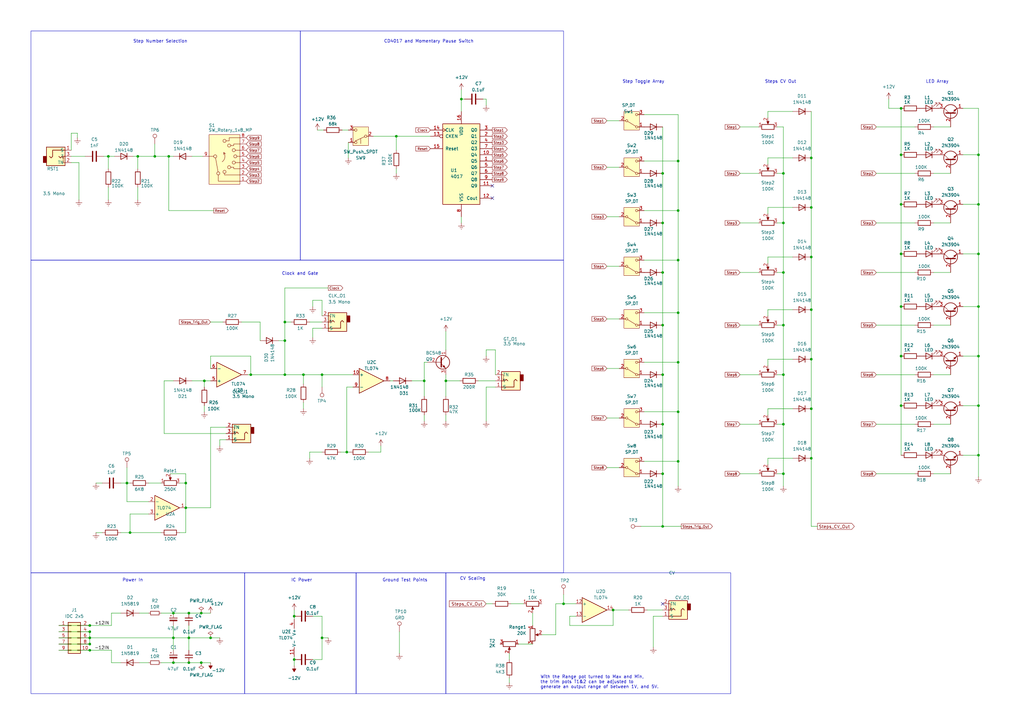
<source format=kicad_sch>
(kicad_sch (version 20230121) (generator eeschema)
  (paper "A3")
  (title_block (title "MK8 Homunculus Sequencer") (rev "v1.1"))
  (junction (at 332.74 147.32))
  (junction (at 271.78 173.99))
  (junction (at 77.47 251.46))
  (junction (at 369.57 146.05))
  (junction (at 321.31 91.44))
  (junction (at 120.65 270.51))
  (junction (at 369.57 44.45))
  (junction (at 369.57 104.14))
  (junction (at 321.31 111.76))
  (junction (at 271.78 91.44))
  (junction (at 271.78 194.31))
  (junction (at 401.32 63.5))
  (junction (at 173.99 156.21))
  (junction (at 321.31 71.12))
  (junction (at 332.74 85.09))
  (junction (at 271.78 133.35))
  (junction (at 36.83 259.08))
  (junction (at 401.32 186.69))
  (junction (at 102.87 153.67))
  (junction (at 369.57 125.73))
  (junction (at 278.13 66.04))
  (junction (at 142.24 185.42))
  (junction (at 76.2 198.12))
  (junction (at 321.31 133.35))
  (junction (at 278.13 106.68))
  (junction (at 63.5 64.135))
  (junction (at 44.45 64.135))
  (junction (at 321.31 173.99))
  (junction (at 369.57 166.37))
  (junction (at 401.32 83.82))
  (junction (at 162.56 55.88))
  (junction (at 369.57 63.5))
  (junction (at 82.55 251.46))
  (junction (at 332.74 127))
  (junction (at 71.12 251.46))
  (junction (at 321.31 194.31))
  (junction (at 132.08 261.62))
  (junction (at 189.23 40.64))
  (junction (at 231.14 247.65))
  (junction (at 321.31 153.67))
  (junction (at 401.32 146.05))
  (junction (at 116.84 132.08))
  (junction (at 332.74 64.77))
  (junction (at 278.13 148.59))
  (junction (at 124.46 153.67))
  (junction (at 271.78 71.12))
  (junction (at 332.74 167.64))
  (junction (at 71.12 261.62))
  (junction (at 278.13 189.23))
  (junction (at 52.07 198.12))
  (junction (at 82.55 271.78))
  (junction (at 132.08 153.67))
  (junction (at 278.13 128.27))
  (junction (at 369.57 83.82))
  (junction (at 278.13 86.36))
  (junction (at 36.83 261.62))
  (junction (at 332.74 105.41))
  (junction (at 36.83 256.54))
  (junction (at 182.88 156.21))
  (junction (at 332.74 187.96))
  (junction (at 77.47 261.62))
  (junction (at 77.47 271.78))
  (junction (at 401.32 104.14))
  (junction (at 271.78 215.9))
  (junction (at 401.32 166.37))
  (junction (at 278.13 168.91))
  (junction (at 251.46 250.19))
  (junction (at 271.78 153.67))
  (junction (at 271.78 111.76))
  (junction (at 71.12 271.78))
  (junction (at 401.32 125.73))
  (junction (at 56.515 64.135))
  (junction (at 36.83 264.16))
  (junction (at 86.36 261.62))
  (junction (at 83.82 156.21))
  (junction (at 116.84 139.7))
  (junction (at 116.84 153.67))
  (junction (at 69.215 64.135))
  (junction (at 76.2 208.28))
  (junction (at 53.34 218.44))
  (junction (at 36.83 266.7))
  (junction (at 120.65 252.73))
  (no_connect (at 201.93 81.28))
  (no_connect (at 201.93 76.2))
  (no_connect (at 271.78 247.65))
  (wire (pts (xy 168.91 156.21) (xy 173.99 156.21)))
  (wire (pts (xy 264.16 66.04) (xy 278.13 66.04)))
  (wire (pts (xy 71.12 271.78) (xy 77.47 271.78)))
  (wire (pts (xy 151.13 185.42) (xy 156.21 185.42)))
  (wire (pts (xy 116.84 153.67) (xy 124.46 153.67)))
  (wire (pts (xy 77.47 261.62) (xy 86.36 261.62)))
  (wire (pts (xy 86.36 208.28) (xy 76.2 208.28)))
  (wire (pts (xy 233.68 256.54) (xy 251.46 256.54)))
  (wire (pts (xy 332.74 127) (xy 332.74 147.32)))
  (wire (pts (xy 53.34 218.44) (xy 66.04 218.44)))
  (wire (pts (xy 394.97 83.82) (xy 401.32 83.82)))
  (wire (pts (xy 182.88 156.21) (xy 188.595 156.21)))
  (wire (pts (xy 127 185.42) (xy 132.08 185.42)))
  (wire (pts (xy 162.56 71.12) (xy 162.56 69.215)))
  (wire (pts (xy 248.92 151.13) (xy 254 151.13)))
  (wire (pts (xy 57.15 271.78) (xy 60.96 271.78)))
  (wire (pts (xy 264.16 168.91) (xy 278.13 168.91)))
  (wire (pts (xy 303.53 111.76) (xy 311.15 111.76)))
  (wire (pts (xy 325.12 147.32) (xy 314.96 147.32)))
  (wire (pts (xy 264.16 148.59) (xy 278.13 148.59)))
  (wire (pts (xy 36.83 261.62) (xy 71.12 261.62)))
  (wire (pts (xy 120.65 269.24) (xy 120.65 270.51)))
  (wire (pts (xy 77.47 251.46) (xy 82.55 251.46)))
  (wire (pts (xy 60.96 198.12) (xy 66.04 198.12)))
  (wire (pts (xy 401.32 63.5) (xy 401.32 83.82)))
  (wire (pts (xy 332.74 64.77) (xy 332.74 85.09)))
  (wire (pts (xy 163.83 259.08) (xy 163.83 267.97)))
  (wire (pts (xy 248.92 130.81) (xy 254 130.81)))
  (wire (pts (xy 71.12 256.54) (xy 71.12 261.62)))
  (wire (pts (xy 86.36 146.05) (xy 102.87 146.05)))
  (wire (pts (xy 208.915 278.13) (xy 208.915 280.035)))
  (wire (pts (xy 264.16 86.36) (xy 278.13 86.36)))
  (wire (pts (xy 78.74 64.135) (xy 83.185 64.135)))
  (wire (pts (xy 278.13 128.27) (xy 278.13 148.59)))
  (wire (pts (xy 231.14 247.65) (xy 236.22 247.65)))
  (wire (pts (xy 45.72 251.46) (xy 49.53 251.46)))
  (wire (pts (xy 359.41 111.76) (xy 375.285 111.76)))
  (wire (pts (xy 45.72 271.78) (xy 49.53 271.78)))
  (wire (pts (xy 278.13 189.23) (xy 278.13 199.39)))
  (wire (pts (xy 77.47 266.7) (xy 77.47 261.62)))
  (wire (pts (xy 248.92 171.45) (xy 254 171.45)))
  (wire (pts (xy 303.53 52.07) (xy 311.15 52.07)))
  (wire (pts (xy 182.88 156.21) (xy 182.88 162.56)))
  (wire (pts (xy 314.96 187.96) (xy 314.96 190.5)))
  (wire (pts (xy 128.27 270.51) (xy 132.08 270.51)))
  (wire (pts (xy 90.17 180.34) (xy 92.71 180.34)))
  (wire (pts (xy 78.74 156.21) (xy 83.82 156.21)))
  (wire (pts (xy 196.215 156.21) (xy 203.2 156.21)))
  (wire (pts (xy 83.82 166.37) (xy 83.82 168.91)))
  (wire (pts (xy 31.75 54.61) (xy 29.21 54.61)))
  (wire (pts (xy 359.41 71.12) (xy 375.285 71.12)))
  (wire (pts (xy 303.53 91.44) (xy 311.15 91.44)))
  (wire (pts (xy 82.55 251.46) (xy 86.36 251.46)))
  (wire (pts (xy 189.23 40.64) (xy 189.23 45.72)))
  (wire (pts (xy 271.78 111.76) (xy 271.78 91.44)))
  (wire (pts (xy 36.83 256.54) (xy 45.72 256.54)))
  (wire (pts (xy 127 132.08) (xy 132.08 132.08)))
  (wire (pts (xy 102.87 146.05) (xy 102.87 153.67)))
  (wire (pts (xy 76.2 218.44) (xy 76.2 208.28)))
  (wire (pts (xy 162.56 55.88) (xy 176.53 55.88)))
  (wire (pts (xy 267.97 252.73) (xy 267.97 265.43)))
  (wire (pts (xy 248.92 191.77) (xy 254 191.77)))
  (wire (pts (xy 130.175 53.34) (xy 132.715 53.34)))
  (wire (pts (xy 401.32 44.45) (xy 401.32 63.5)))
  (wire (pts (xy 116.84 132.08) (xy 116.84 118.11)))
  (wire (pts (xy 44.45 64.135) (xy 46.99 64.135)))
  (wire (pts (xy 92.71 177.8) (xy 67.31 177.8)))
  (wire (pts (xy 199.39 143.51) (xy 199.39 146.05)))
  (wire (pts (xy 321.31 71.12) (xy 318.77 71.12)))
  (wire (pts (xy 214.63 247.65) (xy 209.55 247.65)))
  (wire (pts (xy 63.5 59.055) (xy 63.5 64.135)))
  (wire (pts (xy 278.13 106.68) (xy 278.13 128.27)))
  (wire (pts (xy 173.99 162.56) (xy 173.99 156.21)))
  (wire (pts (xy 132.08 123.19) (xy 128.27 123.19)))
  (wire (pts (xy 86.36 151.13) (xy 86.36 146.05)))
  (wire (pts (xy 251.46 256.54) (xy 251.46 250.19)))
  (wire (pts (xy 49.53 218.44) (xy 53.34 218.44)))
  (wire (pts (xy 303.53 71.12) (xy 311.15 71.12)))
  (wire (pts (xy 156.21 182.88) (xy 156.21 185.42)))
  (wire (pts (xy 359.41 133.35) (xy 375.285 133.35)))
  (wire (pts (xy 359.41 194.31) (xy 375.285 194.31)))
  (wire (pts (xy 36.83 261.62) (xy 36.83 264.16)))
  (wire (pts (xy 24.13 264.16) (xy 36.83 264.16)))
  (wire (pts (xy 190.5 40.64) (xy 189.23 40.64)))
  (wire (pts (xy 45.72 256.54) (xy 45.72 251.46)))
  (wire (pts (xy 318.77 133.35) (xy 321.31 133.35)))
  (wire (pts (xy 325.12 64.77) (xy 314.96 64.77)))
  (wire (pts (xy 124.46 165.1) (xy 124.46 167.64)))
  (wire (pts (xy 67.31 156.21) (xy 71.12 156.21)))
  (wire (pts (xy 369.57 63.5) (xy 369.57 83.82)))
  (wire (pts (xy 318.77 111.76) (xy 321.31 111.76)))
  (wire (pts (xy 321.31 52.07) (xy 318.77 52.07)))
  (wire (pts (xy 71.12 251.46) (xy 77.47 251.46)))
  (wire (pts (xy 271.78 91.44) (xy 271.78 71.12)))
  (wire (pts (xy 325.12 127) (xy 314.96 127)))
  (wire (pts (xy 199.39 158.75) (xy 199.39 172.72)))
  (wire (pts (xy 132.08 252.73) (xy 132.08 261.62)))
  (wire (pts (xy 102.87 153.67) (xy 116.84 153.67)))
  (wire (pts (xy 231.14 243.84) (xy 231.14 247.65)))
  (wire (pts (xy 401.32 104.14) (xy 401.32 125.73)))
  (wire (pts (xy 173.99 148.59) (xy 173.99 156.21)))
  (wire (pts (xy 29.21 64.135) (xy 34.925 64.135)))
  (wire (pts (xy 86.36 175.26) (xy 86.36 208.28)))
  (wire (pts (xy 54.61 64.135) (xy 56.515 64.135)))
  (wire (pts (xy 116.84 118.11) (xy 134.62 118.11)))
  (wire (pts (xy 278.13 168.91) (xy 278.13 189.23)))
  (wire (pts (xy 271.78 133.35) (xy 271.78 111.76)))
  (wire (pts (xy 278.13 86.36) (xy 278.13 106.68)))
  (wire (pts (xy 73.66 198.12) (xy 76.2 198.12)))
  (wire (pts (xy 203.2 143.51) (xy 199.39 143.51)))
  (wire (pts (xy 77.47 271.78) (xy 82.55 271.78)))
  (wire (pts (xy 364.49 40.64) (xy 364.49 44.45)))
  (wire (pts (xy 325.12 105.41) (xy 314.96 105.41)))
  (wire (pts (xy 44.45 69.215) (xy 44.45 64.135)))
  (wire (pts (xy 153.035 55.88) (xy 162.56 55.88)))
  (wire (pts (xy 52.07 198.12) (xy 52.07 205.74)))
  (wire (pts (xy 52.07 205.74) (xy 60.96 205.74)))
  (wire (pts (xy 364.49 44.45) (xy 369.57 44.45)))
  (wire (pts (xy 142.24 185.42) (xy 143.51 185.42)))
  (wire (pts (xy 382.905 153.67) (xy 389.89 153.67)))
  (wire (pts (xy 321.31 71.12) (xy 321.31 52.07)))
  (wire (pts (xy 86.36 132.08) (xy 91.44 132.08)))
  (wire (pts (xy 271.78 215.9) (xy 279.4 215.9)))
  (wire (pts (xy 332.74 45.72) (xy 332.74 64.77)))
  (wire (pts (xy 264.16 128.27) (xy 278.13 128.27)))
  (wire (pts (xy 369.57 166.37) (xy 369.57 186.69)))
  (wire (pts (xy 248.92 68.58) (xy 254 68.58)))
  (wire (pts (xy 127 187.96) (xy 127 185.42)))
  (wire (pts (xy 332.74 85.09) (xy 332.74 105.41)))
  (wire (pts (xy 271.78 194.31) (xy 271.78 173.99)))
  (wire (pts (xy 160.02 156.21) (xy 161.29 156.21)))
  (wire (pts (xy 303.53 133.35) (xy 311.15 133.35)))
  (wire (pts (xy 99.06 132.08) (xy 106.68 132.08)))
  (wire (pts (xy 134.62 261.62) (xy 132.08 261.62)))
  (wire (pts (xy 140.335 53.34) (xy 142.875 53.34)))
  (wire (pts (xy 208.915 270.51) (xy 208.915 267.97)))
  (wire (pts (xy 66.04 271.78) (xy 71.12 271.78)))
  (wire (pts (xy 162.56 61.595) (xy 162.56 55.88)))
  (wire (pts (xy 132.08 153.67) (xy 132.08 158.75)))
  (wire (pts (xy 49.53 198.12) (xy 52.07 198.12)))
  (wire (pts (xy 227.965 247.65) (xy 227.965 260.35)))
  (wire (pts (xy 303.53 194.31) (xy 311.15 194.31)))
  (wire (pts (xy 267.97 252.73) (xy 271.78 252.73)))
  (wire (pts (xy 24.13 259.08) (xy 36.83 259.08)))
  (wire (pts (xy 394.97 146.05) (xy 401.32 146.05)))
  (wire (pts (xy 114.3 139.7) (xy 116.84 139.7)))
  (wire (pts (xy 359.41 173.99) (xy 375.285 173.99)))
  (wire (pts (xy 314.96 105.41) (xy 314.96 107.95)))
  (wire (pts (xy 106.68 132.08) (xy 106.68 139.7)))
  (wire (pts (xy 24.13 261.62) (xy 36.83 261.62)))
  (wire (pts (xy 173.99 148.59) (xy 175.26 148.59)))
  (wire (pts (xy 401.32 195.58) (xy 401.32 186.69)))
  (wire (pts (xy 128.27 123.19) (xy 128.27 125.73)))
  (wire (pts (xy 128.27 134.62) (xy 128.27 138.43)))
  (wire (pts (xy 182.88 170.18) (xy 182.88 172.72)))
  (wire (pts (xy 278.13 66.04) (xy 278.13 86.36)))
  (wire (pts (xy 325.12 85.09) (xy 314.96 85.09)))
  (wire (pts (xy 332.74 105.41) (xy 332.74 127)))
  (wire (pts (xy 199.39 247.65) (xy 201.93 247.65)))
  (wire (pts (xy 76.2 198.12) (xy 76.2 208.28)))
  (wire (pts (xy 382.905 111.76) (xy 389.89 111.76)))
  (wire (pts (xy 142.24 158.75) (xy 144.78 158.75)))
  (wire (pts (xy 67.31 156.21) (xy 67.31 177.8)))
  (wire (pts (xy 124.46 157.48) (xy 124.46 153.67)))
  (wire (pts (xy 32.385 66.675) (xy 32.385 81.915)))
  (wire (pts (xy 369.57 44.45) (xy 369.57 63.5)))
  (wire (pts (xy 69.85 194.31) (xy 76.2 194.31)))
  (wire (pts (xy 124.46 153.67) (xy 132.08 153.67)))
  (wire (pts (xy 83.82 156.21) (xy 83.82 158.75)))
  (wire (pts (xy 321.31 91.44) (xy 321.31 71.12)))
  (wire (pts (xy 66.04 251.46) (xy 71.12 251.46)))
  (wire (pts (xy 303.53 173.99) (xy 311.15 173.99)))
  (wire (pts (xy 321.31 194.31) (xy 321.31 199.39)))
  (wire (pts (xy 382.905 71.12) (xy 389.89 71.12)))
  (wire (pts (xy 382.905 52.07) (xy 389.89 52.07)))
  (wire (pts (xy 198.12 40.64) (xy 199.39 40.64)))
  (wire (pts (xy 359.41 52.07) (xy 375.285 52.07)))
  (wire (pts (xy 401.32 186.69) (xy 394.97 186.69)))
  (wire (pts (xy 314.96 85.09) (xy 314.96 87.63)))
  (wire (pts (xy 203.2 153.67) (xy 203.2 143.51)))
  (wire (pts (xy 82.55 271.78) (xy 86.36 271.78)))
  (wire (pts (xy 382.905 91.44) (xy 389.89 91.44)))
  (wire (pts (xy 53.34 210.82) (xy 53.34 218.44)))
  (wire (pts (xy 236.22 252.73) (xy 233.68 252.73)))
  (wire (pts (xy 401.32 146.05) (xy 401.32 166.37)))
  (wire (pts (xy 314.96 127) (xy 314.96 129.54)))
  (wire (pts (xy 314.96 45.72) (xy 325.12 45.72)))
  (wire (pts (xy 314.96 45.72) (xy 314.96 48.26)))
  (wire (pts (xy 56.515 76.835) (xy 56.515 81.915)))
  (wire (pts (xy 60.96 210.82) (xy 53.34 210.82)))
  (wire (pts (xy 139.7 185.42) (xy 142.24 185.42)))
  (wire (pts (xy 264.16 106.68) (xy 278.13 106.68)))
  (wire (pts (xy 132.08 153.67) (xy 144.78 153.67)))
  (wire (pts (xy 36.83 259.08) (xy 36.83 261.62)))
  (wire (pts (xy 359.41 91.44) (xy 375.285 91.44)))
  (wire (pts (xy 39.37 198.12) (xy 41.91 198.12)))
  (wire (pts (xy 401.32 83.82) (xy 401.32 104.14)))
  (wire (pts (xy 102.87 153.67) (xy 101.6 153.67)))
  (wire (pts (xy 39.37 218.44) (xy 41.91 218.44)))
  (wire (pts (xy 132.08 270.51) (xy 132.08 261.62)))
  (wire (pts (xy 120.65 270.51) (xy 120.65 273.05)))
  (wire (pts (xy 314.96 147.32) (xy 314.96 149.86)))
  (wire (pts (xy 69.215 64.135) (xy 69.215 86.36)))
  (wire (pts (xy 29.21 54.61) (xy 29.21 61.595)))
  (wire (pts (xy 119.38 132.08) (xy 116.84 132.08)))
  (wire (pts (xy 314.96 64.77) (xy 314.96 67.31)))
  (wire (pts (xy 248.92 88.9) (xy 254 88.9)))
  (wire (pts (xy 120.65 252.73) (xy 120.65 254)))
  (wire (pts (xy 278.13 46.99) (xy 278.13 66.04)))
  (wire (pts (xy 382.905 173.99) (xy 389.89 173.99)))
  (wire (pts (xy 86.36 261.62) (xy 90.17 261.62)))
  (wire (pts (xy 92.71 175.26) (xy 86.36 175.26)))
  (wire (pts (xy 182.88 153.67) (xy 182.88 156.21)))
  (wire (pts (xy 332.74 215.9) (xy 335.28 215.9)))
  (wire (pts (xy 262.89 215.9) (xy 271.78 215.9)))
  (wire (pts (xy 142.875 58.42) (xy 142.875 64.77)))
  (wire (pts (xy 132.08 123.19) (xy 132.08 129.54)))
  (wire (pts (xy 264.16 189.23) (xy 278.13 189.23)))
  (wire (pts (xy 382.905 133.35) (xy 389.89 133.35)))
  (wire (pts (xy 321.31 111.76) (xy 321.31 91.44)))
  (wire (pts (xy 56.515 64.135) (xy 63.5 64.135)))
  (wire (pts (xy 369.57 83.82) (xy 369.57 104.14)))
  (wire (pts (xy 271.78 194.31) (xy 271.78 215.9)))
  (wire (pts (xy 369.57 125.73) (xy 369.57 146.05)))
  (wire (pts (xy 318.77 194.31) (xy 321.31 194.31)))
  (wire (pts (xy 63.5 64.135) (xy 69.215 64.135)))
  (wire (pts (xy 199.39 40.64) (xy 199.39 43.18)))
  (wire (pts (xy 71.12 261.62) (xy 71.12 266.7)))
  (wire (pts (xy 45.72 266.7) (xy 36.83 266.7)))
  (wire (pts (xy 321.31 173.99) (xy 321.31 194.31)))
  (wire (pts (xy 218.44 251.46) (xy 218.44 256.54)))
  (wire (pts (xy 332.74 147.32) (xy 332.74 167.64)))
  (wire (pts (xy 271.78 71.12) (xy 271.78 52.07)))
  (wire (pts (xy 132.08 134.62) (xy 128.27 134.62)))
  (wire (pts (xy 394.97 166.37) (xy 401.32 166.37)))
  (wire (pts (xy 52.07 191.77) (xy 52.07 198.12)))
  (wire (pts (xy 56.515 69.215) (xy 56.515 64.135)))
  (wire (pts (xy 142.24 185.42) (xy 142.24 158.75)))
  (wire (pts (xy 321.31 91.44) (xy 318.77 91.44)))
  (wire (pts (xy 401.32 125.73) (xy 401.32 146.05)))
  (wire (pts (xy 24.13 256.54) (xy 36.83 256.54)))
  (wire (pts (xy 116.84 132.08) (xy 116.84 139.7)))
  (wire (pts (xy 394.97 63.5) (xy 401.32 63.5)))
  (wire (pts (xy 401.32 166.37) (xy 401.32 186.69)))
  (wire (pts (xy 31.75 56.515) (xy 31.75 54.61)))
  (wire (pts (xy 314.96 167.64) (xy 314.96 170.18)))
  (wire (pts (xy 42.545 64.135) (xy 44.45 64.135)))
  (wire (pts (xy 278.13 148.59) (xy 278.13 168.91)))
  (wire (pts (xy 359.41 153.67) (xy 375.285 153.67)))
  (wire (pts (xy 325.12 167.64) (xy 314.96 167.64)))
  (wire (pts (xy 203.2 158.75) (xy 199.39 158.75)))
  (wire (pts (xy 271.78 153.67) (xy 271.78 133.35)))
  (wire (pts (xy 325.12 187.96) (xy 314.96 187.96)))
  (wire (pts (xy 321.31 111.76) (xy 321.31 133.35)))
  (wire (pts (xy 271.78 173.99) (xy 271.78 153.67)))
  (wire (pts (xy 57.15 251.46) (xy 60.96 251.46)))
  (wire (pts (xy 369.57 104.14) (xy 369.57 125.73)))
  (wire (pts (xy 251.46 250.19) (xy 257.81 250.19)))
  (wire (pts (xy 69.215 64.135) (xy 71.12 64.135)))
  (wire (pts (xy 233.68 252.73) (xy 233.68 256.54)))
  (wire (pts (xy 76.2 194.31) (xy 76.2 198.12)))
  (wire (pts (xy 189.23 36.83) (xy 189.23 40.64)))
  (wire (pts (xy 73.66 218.44) (xy 76.2 218.44)))
  (wire (pts (xy 189.23 91.44) (xy 189.23 88.9)))
  (wire (pts (xy 120.65 250.19) (xy 120.65 252.73)))
  (wire (pts (xy 90.17 182.88) (xy 90.17 180.34)))
  (wire (pts (xy 332.74 187.96) (xy 332.74 215.9)))
  (wire (pts (xy 318.77 173.99) (xy 321.31 173.99)))
  (wire (pts (xy 212.725 264.16) (xy 218.44 264.16)))
  (wire (pts (xy 264.16 46.99) (xy 278.13 46.99)))
  (wire (pts (xy 52.07 198.12) (xy 53.34 198.12)))
  (wire (pts (xy 116.84 139.7) (xy 116.84 153.67)))
  (wire (pts (xy 394.97 104.14) (xy 401.32 104.14)))
  (wire (pts (xy 248.92 109.22) (xy 254 109.22)))
  (wire (pts (xy 222.25 260.35) (xy 227.965 260.35)))
  (wire (pts (xy 321.31 153.67) (xy 321.31 173.99)))
  (wire (pts (xy 332.74 167.64) (xy 332.74 187.96)))
  (wire (pts (xy 382.905 194.31) (xy 389.89 194.31)))
  (wire (pts (xy 321.31 133.35) (xy 321.31 153.67)))
  (wire (pts (xy 32.385 66.675) (xy 29.21 66.675)))
  (wire (pts (xy 227.965 247.65) (xy 231.14 247.65)))
  (wire (pts (xy 24.13 266.7) (xy 36.83 266.7)))
  (wire (pts (xy 394.97 44.45) (xy 401.32 44.45)))
  (wire (pts (xy 369.57 146.05) (xy 369.57 166.37)))
  (wire (pts (xy 45.72 271.78) (xy 45.72 266.7)))
  (wire (pts (xy 173.99 170.18) (xy 173.99 172.72)))
  (wire (pts (xy 394.97 125.73) (xy 401.32 125.73)))
  (wire (pts (xy 182.88 135.89) (xy 182.88 143.51)))
  (wire (pts (xy 128.27 252.73) (xy 132.08 252.73)))
  (wire (pts (xy 77.47 256.54) (xy 77.47 261.62)))
  (wire (pts (xy 265.43 250.19) (xy 271.78 250.19)))
  (wire (pts (xy 248.92 49.53) (xy 254 49.53)))
  (wire (pts (xy 44.45 76.835) (xy 44.45 81.915)))
  (wire (pts (xy 318.77 153.67) (xy 321.31 153.67)))
  (wire (pts (xy 303.53 153.67) (xy 311.15 153.67)))
  (wire (pts (xy 83.82 156.21) (xy 86.36 156.21)))
  (wire (pts (xy 69.215 86.36) (xy 87.63 86.36)))
  (wire (pts (xy 71.12 261.62) (xy 77.47 261.62)))
  (rectangle (start 12.7 234.95) (end 100.33 284.48))
  (rectangle (start 123.19 12.7) (end 231.14 106.68))
  (rectangle (start 146.05 234.95) (end 182.88 284.48))
  (rectangle (start 12.7 12.7) (end 123.19 106.68))
  (rectangle (start 12.7 106.68) (end 231.14 234.95))
  (rectangle (start 182.88 234.95) (end 299.72 284.48))
  (rectangle (start 100.33 234.95) (end 146.05 284.48))
  (text "IC Power" (at 119.38 238.76 0) (effects (font (size 1.27 1.27)) (justify left bottom)))
  (text "Step Toggle Array" (at 255.27 34.29 0) (effects (font (size 1.27 1.27)) (justify left bottom)))
  (text "CD4017 and Momentary Pause Switch" (at 157.48 17.78 0) (effects (font (size 1.27 1.27)) (justify left bottom)))
  (text "Steps CV Out" (at 313.69 34.29 0) (effects (font (size 1.27 1.27)) (justify left bottom)))
  (text "With the Range pot turned to Max and Min,\nthe trim pots T1&2 can be adjusted to \ngenerate an output range of between 1V, and 5V." (at 221.615 282.575 0) (effects (font (size 1.27 1.27)) (justify left bottom)))
  (text "CV Scaling\n" (at 188.595 238.125 0) (effects (font (size 1.27 1.27)) (justify left bottom)))
  (text "Power In" (at 50.165 238.76 0) (effects (font (size 1.27 1.27)) (justify left bottom)))
  (text "LED Array" (at 379.73 34.29 0) (effects (font (size 1.27 1.27)) (justify left bottom)))
  (text "Clock and Gate" (at 115.57 113.03 0) (effects (font (size 1.27 1.27)) (justify left bottom)))
  (text "Ground Test Points" (at 156.845 238.76 0) (effects (font (size 1.27 1.27)) (justify left bottom)))
  (text "Step Number Selection" (at 54.61 17.78 0) (effects (font (size 1.27 1.27)) (justify left bottom)))
  (label "-12IN" (at 38.735 266.7 0))
  (label "+12IN" (at 38.735 256.54 0))
  (global_label "Step7" (shape input) (at 303.53 173.99 180) (effects (font (size 1 1))) (property "Intersheetrefs" "${INTERSHEET_REFS}" (effects hide)))
  (global_label "Step3" (shape input) (at 359.41 91.44 180) (effects (font (size 1 1))) (property "Intersheetrefs" "${INTERSHEET_REFS}" (effects hide)))
  (global_label "Step7" (shape output) (at 201.93 68.58 0) (effects (font (size 1 1))) (property "Intersheetrefs" "${INTERSHEET_REFS}" (effects hide)))
  (global_label "Steps_CV_Out" (shape output) (at 335.28 215.9 0) (property "Intersheetrefs" "${INTERSHEET_REFS}" (effects hide)))
  (global_label "Step8" (shape input) (at 248.92 191.77 180) (effects (font (size 1 1))) (property "Intersheetrefs" "${INTERSHEET_REFS}" (effects hide)))
  (global_label "Step4" (shape input) (at 100.965 69.215 0) (effects (font (size 1 1))) (property "Intersheetrefs" "${INTERSHEET_REFS}" (effects hide)))
  (global_label "Step4" (shape input) (at 248.92 109.22 180) (effects (font (size 1 1))) (property "Intersheetrefs" "${INTERSHEET_REFS}" (effects hide)))
  (global_label "Steps_Trig_Out" (shape output) (at 279.4 215.9 0) (effects (font (size 1 1))) (property "Intersheetrefs" "${INTERSHEET_REFS}" (effects hide)))
  (global_label "Step2" (shape input) (at 303.53 71.12 180) (effects (font (size 1 1))) (property "Intersheetrefs" "${INTERSHEET_REFS}" (effects hide)))
  (global_label "Step6" (shape input) (at 248.92 151.13 180) (effects (font (size 1 1))) (property "Intersheetrefs" "${INTERSHEET_REFS}" (effects hide)))
  (global_label "Step3" (shape output) (at 201.93 58.42 0) (effects (font (size 1 1))) (property "Intersheetrefs" "${INTERSHEET_REFS}" (effects hide)))
  (global_label "Step5" (shape input) (at 100.965 66.675 0) (effects (font (size 1 1))) (property "Intersheetrefs" "${INTERSHEET_REFS}" (effects hide)))
  (global_label "Step3" (shape input) (at 248.92 88.9 180) (effects (font (size 1 1))) (property "Intersheetrefs" "${INTERSHEET_REFS}" (effects hide)))
  (global_label "Step5" (shape input) (at 359.41 133.35 180) (effects (font (size 1 1))) (property "Intersheetrefs" "${INTERSHEET_REFS}" (effects hide)))
  (global_label "Reset" (shape input) (at 176.53 60.96 180) (effects (font (size 1 1))) (property "Intersheetrefs" "${INTERSHEET_REFS}" (effects hide)))
  (global_label "Step2" (shape input) (at 359.41 71.12 180) (effects (font (size 1 1))) (property "Intersheetrefs" "${INTERSHEET_REFS}" (effects hide)))
  (global_label "Step6" (shape input) (at 303.53 153.67 180) (effects (font (size 1 1))) (property "Intersheetrefs" "${INTERSHEET_REFS}" (effects hide)))
  (global_label "Step7" (shape input) (at 359.41 173.99 180) (effects (font (size 1 1))) (property "Intersheetrefs" "${INTERSHEET_REFS}" (effects hide)))
  (global_label "Clock" (shape input) (at 176.53 53.34 180) (effects (font (size 1 1))) (property "Intersheetrefs" "${INTERSHEET_REFS}" (effects hide)))
  (global_label "Step5" (shape output) (at 201.93 63.5 0) (effects (font (size 1 1))) (property "Intersheetrefs" "${INTERSHEET_REFS}" (effects hide)))
  (global_label "Step4" (shape input) (at 359.41 111.76 180) (effects (font (size 1 1))) (property "Intersheetrefs" "${INTERSHEET_REFS}" (effects hide)))
  (global_label "Clock" (shape output) (at 134.62 118.11 0) (effects (font (size 1 1))) (property "Intersheetrefs" "${INTERSHEET_REFS}" (effects hide)))
  (global_label "Step4" (shape output) (at 201.93 60.96 0) (effects (font (size 1 1))) (property "Intersheetrefs" "${INTERSHEET_REFS}" (effects hide)))
  (global_label "Step2" (shape input) (at 100.965 74.295 0) (effects (font (size 1 1))) (property "Intersheetrefs" "${INTERSHEET_REFS}" (effects hide)))
  (global_label "Steps_Trig_Out" (shape input) (at 86.36 132.08 180) (effects (font (size 1 1))) (property "Intersheetrefs" "${INTERSHEET_REFS}" (effects hide)))
  (global_label "Step6" (shape input) (at 100.965 64.135 0) (effects (font (size 1 1))) (property "Intersheetrefs" "${INTERSHEET_REFS}" (effects hide)))
  (global_label "Step3" (shape input) (at 100.965 71.755 0) (effects (font (size 1 1))) (property "Intersheetrefs" "${INTERSHEET_REFS}" (effects hide)))
  (global_label "Step1" (shape input) (at 248.92 49.53 180) (effects (font (size 1 1))) (property "Intersheetrefs" "${INTERSHEET_REFS}" (effects hide)))
  (global_label "Step6" (shape output) (at 201.93 66.04 0) (effects (font (size 1 1))) (property "Intersheetrefs" "${INTERSHEET_REFS}" (effects hide)))
  (global_label "Step3" (shape input) (at 303.53 91.44 180) (effects (font (size 1 1))) (property "Intersheetrefs" "${INTERSHEET_REFS}" (effects hide)))
  (global_label "Step9" (shape input) (at 100.965 56.515 0) (effects (font (size 1 1))) (property "Intersheetrefs" "${INTERSHEET_REFS}" (effects hide)))
  (global_label "Step6" (shape input) (at 359.41 153.67 180) (effects (font (size 1 1))) (property "Intersheetrefs" "${INTERSHEET_REFS}" (effects hide)))
  (global_label "Step4" (shape input) (at 303.53 111.76 180) (effects (font (size 1 1))) (property "Intersheetrefs" "${INTERSHEET_REFS}" (effects hide)))
  (global_label "Steps_CV_Out" (shape input) (at 199.39 247.65 180) (property "Intersheetrefs" "${INTERSHEET_REFS}" (effects hide)))
  (global_label "Step7" (shape input) (at 248.92 171.45 180) (effects (font (size 1 1))) (property "Intersheetrefs" "${INTERSHEET_REFS}" (effects hide)))
  (global_label "Step1" (shape input) (at 359.41 52.07 180) (effects (font (size 1 1))) (property "Intersheetrefs" "${INTERSHEET_REFS}" (effects hide)))
  (global_label "Step7" (shape input) (at 100.965 61.595 0) (effects (font (size 1 1))) (property "Intersheetrefs" "${INTERSHEET_REFS}" (effects hide)))
  (global_label "Step1" (shape input) (at 303.53 52.07 180) (effects (font (size 1 1))) (property "Intersheetrefs" "${INTERSHEET_REFS}" (effects hide)))
  (global_label "Step2" (shape output) (at 201.93 55.88 0) (effects (font (size 1 1))) (property "Intersheetrefs" "${INTERSHEET_REFS}" (effects hide)))
  (global_label "Step2" (shape input) (at 248.92 68.58 180) (effects (font (size 1 1))) (property "Intersheetrefs" "${INTERSHEET_REFS}" (effects hide)))
  (global_label "Step8" (shape input) (at 303.53 194.31 180) (effects (font (size 1 1))) (property "Intersheetrefs" "${INTERSHEET_REFS}" (effects hide)))
  (global_label "Step8" (shape output) (at 201.93 71.12 0) (effects (font (size 1 1))) (property "Intersheetrefs" "${INTERSHEET_REFS}" (effects hide)))
  (global_label "Step9" (shape output) (at 201.93 73.66 0) (effects (font (size 1 1))) (property "Intersheetrefs" "${INTERSHEET_REFS}" (effects hide)))
  (global_label "Step8" (shape input) (at 100.965 59.055 0) (effects (font (size 1 1))) (property "Intersheetrefs" "${INTERSHEET_REFS}" (effects hide)))
  (global_label "Step1" (shape output) (at 201.93 53.34 0) (effects (font (size 1 1))) (property "Intersheetrefs" "${INTERSHEET_REFS}" (effects hide)))
  (global_label "Step5" (shape input) (at 303.53 133.35 180) (effects (font (size 1 1))) (property "Intersheetrefs" "${INTERSHEET_REFS}" (effects hide)))
  (global_label "Step5" (shape input) (at 248.92 130.81 180) (effects (font (size 1 1))) (property "Intersheetrefs" "${INTERSHEET_REFS}" (effects hide)))
  (global_label "Step8" (shape input) (at 359.41 194.31 180) (effects (font (size 1 1))) (property "Intersheetrefs" "${INTERSHEET_REFS}" (effects hide)))
  (global_label "Reset" (shape output) (at 87.63 86.36 0) (effects (font (size 1 1))) (property "Intersheetrefs" "${INTERSHEET_REFS}" (effects hide)))
  (symbol (lib_id "Device:LED") (at 381 83.82 180) (unit 1)
    (property "Reference" "L3" (at 380.365 79.375 0))
    (property "Value" "LED" (at 381 81.28 0))
    (property "Footprint" "LED_THT:LED_D3.0mm" (effects hide))
  )
  (symbol (lib_id "Amplifier_Operational:TL074") (at 93.98 153.67 0) (mirror x) (unit 2)
    (property "Reference" "U2" (at 97.79 160.02 0))
    (property "Value" "TL074" (at 97.79 157.48 0))
    (property "Footprint" "Package_DIP:DIP-14_W7.62mm" (effects hide))
    (property "Datasheet" "http://www.ti.com/lit/ds/symlink/tl071.pdf" (effects hide))
  )
  (symbol (lib_id "Amplifier_Operational:TL074") (at 243.84 250.19 0) (unit 4)
    (property "Reference" "U2" (at 246.38 242.57 0))
    (property "Value" "TL074" (at 246.38 245.11 0))
    (property "Footprint" "Package_DIP:DIP-14_W7.62mm" (effects hide))
    (property "Datasheet" "http://www.ti.com/lit/ds/symlink/tl071.pdf" (effects hide))
  )
  (symbol (lib_id "Switch:SW_Push_SPDT") (at 147.955 55.88 180) (unit 1)
    (property "Reference" "SW9" (at 147.955 64.77 0))
    (property "Value" "SW_Push_SPDT" (at 147.955 62.23 0))
    (property "Footprint" "My_Library:SPDT_Momentary" (effects hide))
  )
  (symbol (lib_id "Diode:1N4148") (at 328.93 64.77 180) (unit 1)
    (property "Reference" "D12" (at 328.93 58.42 0))
    (property "Value" "1N4148" (at 328.93 60.96 0))
    (property "Footprint" "Diode_THT:D_DO-35_SOD27_P7.62mm_Horizontal" (effects hide))
    (property "Datasheet" "https://assets.nexperia.com/documents/data-sheet/1N4148_1N4448.pdf" (effects hide))
    (property "Sim.Device" "D" (effects hide))
    (property "Sim.Pins" "1=K 2=A" (effects hide))
  )
  (symbol (lib_id "Device:R_Potentiometer") (at 314.96 173.99 90) (unit 1)
    (property "Reference" "Step7" (at 314.96 177.8 90))
    (property "Value" "100K" (at 314.96 180.34 90))
    (property "Footprint" "My_Library:Potentiometer_Alpha_RD901F-40-00D_Single_Vertical" (effects hide))
  )
  (symbol (lib_id "Diode:1N4148") (at 328.93 45.72 180) (unit 1)
    (property "Reference" "D11" (at 328.93 39.37 0))
    (property "Value" "1N4148" (at 328.93 41.91 0))
    (property "Footprint" "Diode_THT:D_DO-35_SOD27_P7.62mm_Horizontal" (effects hide))
    (property "Datasheet" "https://assets.nexperia.com/documents/data-sheet/1N4148_1N4448.pdf" (effects hide))
    (property "Sim.Device" "D" (effects hide))
    (property "Sim.Pins" "1=K 2=A" (effects hide))
  )
  (symbol (lib_id "4xxx:4017") (at 189.23 66.04 0) (unit 1)
    (property "Reference" "U1" (at 184.785 69.85 0) (effects (justify left)))
    (property "Value" "4017" (at 184.785 72.39 0) (effects (justify left)))
    (property "Footprint" "Package_DIP:DIP-16_W7.62mm" (effects hide))
    (property "Datasheet" "http://www.intersil.com/content/dam/Intersil/documents/cd40/cd4017bms-22bms.pdf" (effects hide))
  )
  (symbol (lib_id "power:Earth") (at 162.56 71.12 0) (unit 1)
    (property "Reference" "#PWR035" (effects hide))
    (property "Value" "Earth" (effects hide))
  )
  (symbol (lib_id "Switch:SW_SPDT") (at 259.08 49.53 0) (mirror x) (unit 1)
    (property "Reference" "Sw1" (at 257.81 45.72 0))
    (property "Value" "SP,DT" (at 257.81 43.18 0))
    (property "Footprint" "My_Library:SPDT ON-ON sw" (effects hide))
  )
  (symbol (lib_id "Device:R") (at 135.89 185.42 90) (unit 1)
    (property "Reference" "R29" (at 135.89 182.88 90))
    (property "Value" "47K" (at 135.89 187.96 90))
    (property "Footprint" "Resistor_THT:R_Axial_DIN0207_L6.3mm_D2.5mm_P2.54mm_Vertical" (effects hide))
  )
  (symbol (lib_id "Diode:1N4148") (at 267.97 153.67 180) (unit 1)
    (property "Reference" "D24" (at 266.065 156.21 0))
    (property "Value" "1N4148" (at 267.97 158.115 0))
    (property "Footprint" "Diode_THT:D_DO-35_SOD27_P7.62mm_Horizontal" (effects hide))
    (property "Datasheet" "https://assets.nexperia.com/documents/data-sheet/1N4148_1N4448.pdf" (effects hide))
    (property "Sim.Device" "D" (effects hide))
    (property "Sim.Pins" "1=K 2=A" (effects hide))
  )
  (symbol (lib_id "Device:R") (at 208.915 274.32 180) (unit 1)
    (property "Reference" "R38" (at 205.105 273.05 0))
    (property "Value" "4K3" (at 205.105 275.59 0))
    (property "Footprint" "Resistor_THT:R_Axial_DIN0207_L6.3mm_D2.5mm_P2.54mm_Vertical" (effects hide))
  )
  (symbol (lib_id "Device:R") (at 379.095 71.12 90) (unit 1)
    (property "Reference" "R6" (at 377.825 73.66 90))
    (property "Value" "100K" (at 377.825 68.58 90))
    (property "Footprint" "Resistor_THT:R_Axial_DIN0207_L6.3mm_D2.5mm_P2.54mm_Vertical" (effects hide))
  )
  (symbol (lib_id "Device:LED") (at 381 186.69 180) (unit 1)
    (property "Reference" "L8" (at 380.365 182.245 0))
    (property "Value" "LED" (at 381 184.15 0))
    (property "Footprint" "LED_THT:LED_D3.0mm" (effects hide))
  )
  (symbol (lib_id "Device:R") (at 57.15 198.12 90) (mirror x) (unit 1)
    (property "Reference" "R25" (at 57.15 195.58 90))
    (property "Value" "6K8" (at 57.15 200.66 90))
    (property "Footprint" "Resistor_THT:R_Axial_DIN0207_L6.3mm_D2.5mm_P2.54mm_Vertical" (effects hide))
  )
  (symbol (lib_id "Device:R") (at 379.095 111.76 90) (unit 1)
    (property "Reference" "R10" (at 377.825 114.3 90))
    (property "Value" "100K" (at 379.095 109.22 90))
    (property "Footprint" "Resistor_THT:R_Axial_DIN0207_L6.3mm_D2.5mm_P2.54mm_Vertical" (effects hide))
  )
  (symbol (lib_id "Switch:SW_SPDT") (at 259.08 68.58 0) (mirror x) (unit 1)
    (property "Reference" "Sw2" (at 259.08 59.69 0))
    (property "Value" "SP,DT" (at 259.08 62.23 0))
    (property "Footprint" "My_Library:SPDT ON-ON sw" (effects hide))
  )
  (symbol (lib_id "My_Symbols:3.5mm_Switched_Mono_Jack") (at 24.13 69.215 0) (unit 1)
    (property "Reference" "RST1" (at 24.13 69.215 0) (effects (justify right)))
    (property "Value" "3.5 Mono" (at 26.67 79.375 0) (effects (justify right)))
    (property "Footprint" "My_Library:Connector 3.5mm Mono Switched" (effects hide))
  )
  (symbol (lib_id "Device:R") (at 45.72 218.44 90) (mirror x) (unit 1)
    (property "Reference" "R23" (at 45.72 215.9 90))
    (property "Value" "100K" (at 45.72 220.98 90))
    (property "Footprint" "Resistor_THT:R_Axial_DIN0207_L6.3mm_D2.5mm_P2.54mm_Vertical" (effects hide))
  )
  (symbol (lib_id "Diode:1N4148") (at 267.97 91.44 180) (unit 1)
    (property "Reference" "D27" (at 266.065 93.98 0))
    (property "Value" "1N4148" (at 267.97 95.885 0))
    (property "Footprint" "Diode_THT:D_DO-35_SOD27_P7.62mm_Horizontal" (effects hide))
    (property "Datasheet" "https://assets.nexperia.com/documents/data-sheet/1N4148_1N4448.pdf" (effects hide))
    (property "Sim.Device" "D" (effects hide))
    (property "Sim.Pins" "1=K 2=A" (effects hide))
  )
  (symbol (lib_id "Device:R") (at 123.19 132.08 90) (unit 1)
    (property "Reference" "R33" (at 123.19 129.54 90))
    (property "Value" "1K" (at 123.19 134.62 90))
    (property "Footprint" "Resistor_THT:R_Axial_DIN0207_L6.3mm_D2.5mm_P2.54mm_Vertical" (effects hide))
  )
  (symbol (lib_id "Switch:SW_SPDT") (at 259.08 191.77 0) (mirror x) (unit 1)
    (property "Reference" "Sw8" (at 259.08 182.88 0))
    (property "Value" "SP,DT" (at 259.08 185.42 0))
    (property "Footprint" "My_Library:SPDT ON-ON sw" (effects hide))
  )
  (symbol (lib_id "power:+12V") (at 189.23 36.83 0) (unit 1)
    (property "Reference" "#PWR034" (effects hide))
    (property "Value" "+12V" (at 189.23 31.75 0))
  )
  (symbol (lib_id "Device:R") (at 379.095 153.67 90) (unit 1)
    (property "Reference" "R16" (at 377.825 156.21 90))
    (property "Value" "100K" (at 377.825 151.13 90))
    (property "Footprint" "Resistor_THT:R_Axial_DIN0207_L6.3mm_D2.5mm_P2.54mm_Vertical" (effects hide))
  )
  (symbol (lib_id "Device:R") (at 173.99 166.37 0) (unit 1)
    (property "Reference" "R31" (at 169.545 166.37 0))
    (property "Value" "100K" (at 170.18 168.275 0))
    (property "Footprint" "Resistor_THT:R_Axial_DIN0207_L6.3mm_D2.5mm_P2.54mm_Vertical" (effects hide))
  )
  (symbol (lib_id "Diode:1N4148") (at 328.93 167.64 180) (unit 1)
    (property "Reference" "D17" (at 328.93 161.29 0))
    (property "Value" "1N4148" (at 328.93 163.83 0))
    (property "Footprint" "Diode_THT:D_DO-35_SOD27_P7.62mm_Horizontal" (effects hide))
    (property "Datasheet" "https://assets.nexperia.com/documents/data-sheet/1N4148_1N4448.pdf" (effects hide))
    (property "Sim.Device" "D" (effects hide))
    (property "Sim.Pins" "1=K 2=A" (effects hide))
  )
  (symbol (lib_id "power:Earth") (at 401.32 195.58 0) (unit 1)
    (property "Reference" "#PWR012" (effects hide))
    (property "Value" "Earth" (effects hide))
  )
  (symbol (lib_id "Device:R_Small") (at 63.5 271.78 90) (unit 1)
    (property "Reference" "R1" (at 63.5 266.7 90))
    (property "Value" "10R" (at 63.5 269.24 90))
    (property "Footprint" "Resistor_THT:R_Axial_DIN0207_L6.3mm_D2.5mm_P2.54mm_Vertical" (effects hide))
  )
  (symbol (lib_id "Connector_Generic:Conn_02x05_Odd_Even") (at 29.21 261.62 0) (unit 1)
    (property "Reference" "J1" (at 30.48 250.19 0))
    (property "Value" "IDC 2x5" (at 30.48 252.73 0))
    (property "Footprint" "My_Library:Eurorack Power (IDC p=2.54)_Text" (effects hide))
  )
  (symbol (lib_id "Device:C_Polarized_Small") (at 71.12 269.24 0) (unit 1)
    (property "Reference" "C1" (at 69.85 265.43 0) (effects (justify left)))
    (property "Value" "47uF" (at 68.58 274.32 0) (effects (justify left)))
    (property "Footprint" "Capacitor_THT:CP_Radial_D5.0mm_P2.50mm" (effects hide))
  )
  (symbol (lib_id "My_Symbols:3.5mm_Switched_Mono_Jack") (at 97.79 172.72 180) (unit 1)
    (property "Reference" "CLK_I1" (at 95.25 160.655 0) (effects (justify right)))
    (property "Value" "3.5 Mono" (at 95.25 162.56 0) (effects (justify right)))
    (property "Footprint" "My_Library:Connector 3.5mm Mono Switched" (effects hide))
  )
  (symbol (lib_id "Diode:1N4148") (at 50.8 64.135 0) (mirror y) (unit 1)
    (property "Reference" "D20" (at 50.8 59.055 0))
    (property "Value" "1N4148" (at 50.8 61.595 0))
    (property "Footprint" "Diode_THT:D_DO-35_SOD27_P7.62mm_Horizontal" (effects hide))
    (property "Datasheet" "https://assets.nexperia.com/documents/data-sheet/1N4148_1N4448.pdf" (effects hide))
    (property "Sim.Device" "D" (effects hide))
    (property "Sim.Pins" "1=K 2=A" (effects hide))
  )
  (symbol (lib_id "Transistor_BJT:2N3904") (at 389.89 86.36 90) (unit 1)
    (property "Reference" "Q3" (at 389.89 77.47 90))
    (property "Value" "2N3904" (at 389.89 80.01 90))
    (property "Footprint" "Package_TO_SOT_THT:TO-92_Inline" (effects hide))
    (property "Datasheet" "https://www.onsemi.com/pub/Collateral/2N3903-D.PDF" (effects hide))
  )
  (symbol (lib_id "Diode:1N4148") (at 267.97 133.35 180) (unit 1)
    (property "Reference" "D25" (at 266.065 135.89 0))
    (property "Value" "1N4148" (at 267.97 137.795 0))
    (property "Footprint" "Diode_THT:D_DO-35_SOD27_P7.62mm_Horizontal" (effects hide))
    (property "Datasheet" "https://assets.nexperia.com/documents/data-sheet/1N4148_1N4448.pdf" (effects hide))
    (property "Sim.Device" "D" (effects hide))
    (property "Sim.Pins" "1=K 2=A" (effects hide))
  )
  (symbol (lib_id "Device:R") (at 379.095 194.31 90) (unit 1)
    (property "Reference" "R18" (at 377.825 196.85 90))
    (property "Value" "100K" (at 379.095 191.77 90))
    (property "Footprint" "Resistor_THT:R_Axial_DIN0207_L6.3mm_D2.5mm_P2.54mm_Vertical" (effects hide))
  )
  (symbol (lib_id "Diode:1N4148") (at 53.34 251.46 180) (unit 1)
    (property "Reference" "D2" (at 53.34 245.11 0))
    (property "Value" "1N5819" (at 53.34 247.65 0))
    (property "Footprint" "Diode_THT:D_DO-35_SOD27_P7.62mm_Horizontal" (effects hide))
    (property "Datasheet" "https://assets.nexperia.com/documents/data-sheet/1N4148_1N4448.pdf" (effects hide))
    (property "Sim.Device" "D" (effects hide))
    (property "Sim.Pins" "1=K 2=A" (effects hide))
  )
  (symbol (lib_id "Diode:1N4148") (at 74.93 64.135 0) (mirror x) (unit 1)
    (property "Reference" "D19" (at 73.025 58.42 0))
    (property "Value" "1N4148" (at 74.93 60.96 0))
    (property "Footprint" "Diode_THT:D_DO-35_SOD27_P7.62mm_Horizontal" (effects hide))
    (property "Datasheet" "https://assets.nexperia.com/documents/data-sheet/1N4148_1N4448.pdf" (effects hide))
    (property "Sim.Device" "D" (effects hide))
    (property "Sim.Pins" "1=K 2=A" (effects hide))
  )
  (symbol (lib_id "power:+12V") (at 120.65 250.19 0) (unit 1)
    (property "Reference" "#PWR031" (effects hide))
    (property "Value" "+12V" (at 120.65 245.11 0))
  )
  (symbol (lib_id "Device:R") (at 205.74 247.65 90) (unit 1)
    (property "Reference" "R19" (at 205.74 241.3 90))
    (property "Value" "30K" (at 205.74 243.84 90))
    (property "Footprint" "Resistor_THT:R_Axial_DIN0207_L6.3mm_D2.5mm_P15.24mm_Horizontal" (effects hide))
  )
  (symbol (lib_id "power:+12V") (at 156.21 182.88 0) (unit 1)
    (property "Reference" "#PWR021" (effects hide))
    (property "Value" "+12V" (at 156.21 177.8 0))
  )
  (symbol (lib_id "My_Symbols:3.5mm_Switched_Mono_Jack") (at 137.16 127 180) (unit 1)
    (property "Reference" "CLK_O1" (at 134.62 121.285 0) (effects (justify right)))
    (property "Value" "3.5 Mono" (at 134.62 123.825 0) (effects (justify right)))
    (property "Footprint" "My_Library:Connector 3.5mm Mono Switched" (effects hide))
  )
  (symbol (lib_id "Transistor_BJT:2N3904") (at 389.89 46.99 90) (unit 1)
    (property "Reference" "Q1" (at 389.89 38.1 90))
    (property "Value" "2N3904" (at 389.89 40.64 90))
    (property "Footprint" "Package_TO_SOT_THT:TO-92_Inline" (effects hide))
    (property "Datasheet" "https://www.onsemi.com/pub/Collateral/2N3903-D.PDF" (effects hide))
  )
  (symbol (lib_id "Device:R") (at 373.38 146.05 90) (unit 1)
    (property "Reference" "R12" (at 372.745 141.605 90))
    (property "Value" "1K" (at 372.11 143.51 90))
    (property "Footprint" "Resistor_THT:R_Axial_DIN0207_L6.3mm_D2.5mm_P2.54mm_Vertical" (effects hide))
  )
  (symbol (lib_id "Switch:SW_SPDT") (at 259.08 151.13 0) (mirror x) (unit 1)
    (property "Reference" "Sw6" (at 259.08 142.24 0))
    (property "Value" "SP,DT" (at 259.08 144.78 0))
    (property "Footprint" "My_Library:SPDT ON-ON sw" (effects hide))
  )
  (symbol (lib_id "Device:LED") (at 381 44.45 180) (unit 1)
    (property "Reference" "L1" (at 380.365 40.005 0))
    (property "Value" "LED" (at 381 41.91 0))
    (property "Footprint" "LED_THT:LED_D3.0mm" (effects hide))
  )
  (symbol (lib_id "Device:LED") (at 381 125.73 180) (unit 1)
    (property "Reference" "L5" (at 380.365 121.285 0))
    (property "Value" "LED" (at 381 123.19 0))
    (property "Footprint" "LED_THT:LED_D3.0mm" (effects hide))
  )
  (symbol (lib_id "power:Earth") (at 90.17 261.62 0) (unit 1)
    (property "Reference" "#PWR03" (effects hide))
    (property "Value" "Earth" (effects hide))
  )
  (symbol (lib_id "Device:R") (at 83.82 162.56 0) (unit 1)
    (property "Reference" "R26" (at 87.63 165.1 0))
    (property "Value" "100K" (at 87.63 167.64 0))
    (property "Footprint" "Resistor_THT:R_Axial_DIN0207_L6.3mm_D2.5mm_P2.54mm_Vertical" (effects hide))
  )
  (symbol (lib_id "power:Earth") (at 199.39 172.72 0) (unit 1)
    (property "Reference" "#PWR028" (effects hide))
    (property "Value" "Earth" (effects hide))
  )
  (symbol (lib_id "Transistor_BJT:2N3904") (at 389.89 148.59 90) (unit 1)
    (property "Reference" "Q6" (at 389.89 139.7 90))
    (property "Value" "2N3904" (at 389.89 142.24 90))
    (property "Footprint" "Package_TO_SOT_THT:TO-92_Inline" (effects hide))
    (property "Datasheet" "https://www.onsemi.com/pub/Collateral/2N3903-D.PDF" (effects hide))
  )
  (symbol (lib_id "power:Earth") (at 208.915 280.035 0) (unit 1)
    (property "Reference" "#PWR014" (effects hide))
    (property "Value" "Earth" (effects hide))
  )
  (symbol (lib_id "Diode:1N4148") (at 267.97 173.99 180) (unit 1)
    (property "Reference" "D23" (at 266.065 177.165 0))
    (property "Value" "1N4148" (at 267.97 179.07 0))
    (property "Footprint" "Diode_THT:D_DO-35_SOD27_P7.62mm_Horizontal" (effects hide))
    (property "Datasheet" "https://assets.nexperia.com/documents/data-sheet/1N4148_1N4448.pdf" (effects hide))
    (property "Sim.Device" "D" (effects hide))
    (property "Sim.Pins" "1=K 2=A" (effects hide))
  )
  (symbol (lib_id "power:Earth") (at 32.385 81.915 0) (mirror y) (unit 1)
    (property "Reference" "#PWR07" (effects hide))
    (property "Value" "Earth" (effects hide))
  )
  (symbol (lib_id "power:Earth") (at 31.75 56.515 0) (mirror y) (unit 1)
    (property "Reference" "#PWR032" (effects hide))
    (property "Value" "Earth" (effects hide))
  )
  (symbol (lib_id "Device:C_Polarized_Small") (at 71.12 254 0) (unit 1)
    (property "Reference" "C2" (at 69.85 250.19 0) (effects (justify left)))
    (property "Value" "47uF" (at 68.58 257.81 0) (effects (justify left)))
    (property "Footprint" "Capacitor_THT:CP_Radial_D5.0mm_P2.50mm" (effects hide))
  )
  (symbol (lib_id "power:Earth") (at 321.31 199.39 0) (unit 1)
    (property "Reference" "#PWR013" (effects hide))
    (property "Value" "Earth" (effects hide))
  )
  (symbol (lib_id "Connector:TestPoint") (at 52.07 191.77 0) (unit 1)
    (property "Reference" "TP5" (at 50.165 186.055 0) (effects (justify left)))
    (property "Value" "D" (effects hide))
    (property "Footprint" "TestPoint:TestPoint_Pad_D1.5mm" (effects hide))
  )
  (symbol (lib_id "Diode:1N4148") (at 267.97 52.07 180) (unit 1)
    (property "Reference" "D29" (at 266.065 54.61 0))
    (property "Value" "1N4148" (at 267.97 56.515 0))
    (property "Footprint" "Diode_THT:D_DO-35_SOD27_P7.62mm_Horizontal" (effects hide))
    (property "Datasheet" "https://assets.nexperia.com/documents/data-sheet/1N4148_1N4448.pdf" (effects hide))
    (property "Sim.Device" "D" (effects hide))
    (property "Sim.Pins" "1=K 2=A" (effects hide))
  )
  (symbol (lib_id "Diode:1N4148") (at 267.97 194.31 180) (unit 1)
    (property "Reference" "D22" (at 266.065 197.485 0))
    (property "Value" "1N4148" (at 267.97 199.39 0))
    (property "Footprint" "Diode_THT:D_DO-35_SOD27_P7.62mm_Horizontal" (effects hide))
    (property "Datasheet" "https://assets.nexperia.com/documents/data-sheet/1N4148_1N4448.pdf" (effects hide))
    (property "Sim.Device" "D" (effects hide))
    (property "Sim.Pins" "1=K 2=A" (effects hide))
  )
  (symbol (lib_id "My_Symbols:3.5mm_Switched_Mono_Jack") (at 276.86 245.11 180) (unit 1)
    (property "Reference" "CV_O1" (at 276.86 245.11 0) (effects (justify right)))
    (property "Value" "CV" (at 274.32 234.95 0) (effects (justify right)))
    (property "Footprint" "My_Library:Connector 3.5mm Mono Switched" (effects hide))
  )
  (symbol (lib_id "Diode:1N4148") (at 328.93 85.09 180) (unit 1)
    (property "Reference" "D13" (at 328.93 78.74 0))
    (property "Value" "1N4148" (at 328.93 81.28 0))
    (property "Footprint" "Diode_THT:D_DO-35_SOD27_P7.62mm_Horizontal" (effects hide))
    (property "Datasheet" "https://assets.nexperia.com/documents/data-sheet/1N4148_1N4448.pdf" (effects hide))
    (property "Sim.Device" "D" (effects hide))
    (property "Sim.Pins" "1=K 2=A" (effects hide))
  )
  (symbol (lib_id "power:Earth") (at 134.62 261.62 0) (unit 1)
    (property "Reference" "#PWR036" (effects hide))
    (property "Value" "Earth" (effects hide))
  )
  (symbol (lib_id "My_Symbols:SW_Rotary_1x8_MP") (at 93.345 64.135 0) (mirror x) (unit 1)
    (property "Reference" "S1" (at 88.265 51.435 0) (effects (justify right)))
    (property "Value" "SW_Rotary_1x8_MP" (at 103.505 53.34 0) (effects (justify right)))
    (property "Footprint" "My_Library:Rotary Switch, 1 Pole, 8 Positions" (effects hide))
  )
  (symbol (lib_id "Device:R") (at 136.525 53.34 90) (mirror x) (unit 1)
    (property "Reference" "R36" (at 135.89 48.26 90))
    (property "Value" "68k" (at 136.525 50.8 90))
    (property "Footprint" "Resistor_THT:R_Axial_DIN0207_L6.3mm_D2.5mm_P2.54mm_Vertical" (effects hide))
  )
  (symbol (lib_id "Transistor_BJT:2N3904") (at 389.89 128.27 90) (unit 1)
    (property "Reference" "Q5" (at 389.89 119.38 90))
    (property "Value" "2N3904" (at 389.89 121.92 90))
    (property "Footprint" "Package_TO_SOT_THT:TO-92_Inline" (effects hide))
    (property "Datasheet" "https://www.onsemi.com/pub/Collateral/2N3903-D.PDF" (effects hide))
  )
  (symbol (lib_id "Switch:SW_SPDT") (at 259.08 109.22 0) (mirror x) (unit 1)
    (property "Reference" "Sw4" (at 259.08 100.33 0))
    (property "Value" "SP,DT" (at 259.08 102.87 0))
    (property "Footprint" "My_Library:SPDT ON-ON sw" (effects hide))
  )
  (symbol (lib_id "Device:R_Potentiometer") (at 314.96 91.44 90) (unit 1)
    (property "Reference" "Step3" (at 314.96 95.25 90))
    (property "Value" "100K" (at 314.96 97.79 90))
    (property "Footprint" "My_Library:Potentiometer_Alpha_RD901F-40-00D_Single_Vertical" (effects hide))
  )
  (symbol (lib_id "power:+12V") (at 130.175 53.34 0) (unit 1)
    (property "Reference" "#PWR06" (effects hide))
    (property "Value" "+12V" (at 127.635 48.895 0) (effects (justify left)))
  )
  (symbol (lib_id "Device:R_Potentiometer") (at 218.44 247.65 90) (mirror x) (unit 1)
    (property "Reference" "T1" (at 218.44 242.57 90))
    (property "Value" "10K" (at 218.44 245.11 90))
    (property "Footprint" "Potentiometer_THT:Potentiometer_Bourns_3296W_Vertical" (effects hide))
  )
  (symbol (lib_id "Device:R") (at 379.095 173.99 90) (unit 1)
    (property "Reference" "R17" (at 377.825 176.53 90))
    (property "Value" "100K" (at 377.825 171.45 90))
    (property "Footprint" "Resistor_THT:R_Axial_DIN0207_L6.3mm_D2.5mm_P2.54mm_Vertical" (effects hide))
  )
  (symbol (lib_id "Device:C") (at 124.46 252.73 90) (unit 1)
    (property "Reference" "C8" (at 128.27 248.92 90))
    (property "Value" "0.1uF" (at 128.27 251.46 90))
    (property "Footprint" "Capacitor_THT:C_Disc_D4.7mm_W2.5mm_P5.00mm" (effects hide))
  )
  (symbol (lib_id "Transistor_BJT:2N3904") (at 389.89 66.04 90) (unit 1)
    (property "Reference" "Q2" (at 389.89 57.15 90))
    (property "Value" "2N3904" (at 389.89 59.69 90))
    (property "Footprint" "Package_TO_SOT_THT:TO-92_Inline" (effects hide))
    (property "Datasheet" "https://www.onsemi.com/pub/Collateral/2N3903-D.PDF" (effects hide))
  )
  (symbol (lib_id "Device:R") (at 379.095 91.44 90) (unit 1)
    (property "Reference" "R9" (at 377.825 93.98 90))
    (property "Value" "100K" (at 379.095 88.9 90))
    (property "Footprint" "Resistor_THT:R_Axial_DIN0207_L6.3mm_D2.5mm_P2.54mm_Vertical" (effects hide))
  )
  (symbol (lib_id "Device:R") (at 379.095 52.07 90) (unit 1)
    (property "Reference" "R4" (at 377.825 54.61 90))
    (property "Value" "100K" (at 379.095 49.53 90))
    (property "Footprint" "Resistor_THT:R_Axial_DIN0207_L6.3mm_D2.5mm_P2.54mm_Vertical" (effects hide))
  )
  (symbol (lib_id "power:Earth") (at 173.99 172.72 0) (unit 1)
    (property "Reference" "#PWR022" (effects hide))
    (property "Value" "Earth" (effects hide))
  )
  (symbol (lib_id "Device:R") (at 56.515 73.025 180) (unit 1)
    (property "Reference" "R21" (at 59.69 74.295 0))
    (property "Value" "100K" (at 60.325 76.2 0))
    (property "Footprint" "Resistor_THT:R_Axial_DIN0207_L6.3mm_D2.5mm_P2.54mm_Vertical" (effects hide))
  )
  (symbol (lib_id "power:Earth") (at 128.27 138.43 0) (unit 1)
    (property "Reference" "#PWR026" (effects hide))
    (property "Value" "Earth" (effects hide))
  )
  (symbol (lib_id "Device:C") (at 194.31 40.64 90) (unit 1)
    (property "Reference" "C7" (at 196.215 34.29 90))
    (property "Value" "0.1uF" (at 196.215 36.83 90))
    (property "Footprint" "Capacitor_THT:C_Disc_D4.7mm_W2.5mm_P5.00mm" (effects hide))
  )
  (symbol (lib_id "Device:R_Potentiometer") (at 314.96 111.76 90) (unit 1)
    (property "Reference" "Step4" (at 314.96 115.57 90))
    (property "Value" "100K" (at 314.96 118.11 90))
    (property "Footprint" "My_Library:Potentiometer_Alpha_RD901F-40-00D_Single_Vertical" (effects hide))
  )
  (symbol (lib_id "Transistor_BJT:BC548") (at 180.34 148.59 0) (unit 1)
    (property "Reference" "Q9" (at 174.625 147.32 0) (effects (justify left)))
    (property "Value" "BC548" (at 174.625 144.78 0) (effects (justify left)))
    (property "Footprint" "Package_TO_SOT_THT:TO-92_Inline" (effects hide))
    (property "Datasheet" "https://www.onsemi.com/pub/Collateral/BC550-D.pdf" (effects hide))
  )
  (symbol (lib_id "Device:R") (at 373.38 44.45 90) (unit 1)
    (property "Reference" "R3" (at 372.11 40.005 90))
    (property "Value" "1K" (at 372.11 41.91 90))
    (property "Footprint" "Resistor_THT:R_Axial_DIN0207_L6.3mm_D2.5mm_P2.54mm_Vertical" (effects hide))
  )
  (symbol (lib_id "power:Earth") (at 189.23 91.44 0) (unit 1)
    (property "Reference" "#PWR033" (effects hide))
    (property "Value" "Earth" (effects hide))
  )
  (symbol (lib_id "power:PWR_FLAG") (at 86.36 261.62 0) (unit 1)
    (property "Reference" "#FLG03" (effects hide))
    (property "Value" "PWR_FLAG" (at 86.36 257.175 0))
  )
  (symbol (lib_id "Connector:TestPoint") (at 231.14 243.84 0) (unit 1)
    (property "Reference" "TP2" (at 229.87 238.125 0) (effects (justify left)))
    (property "Value" "B" (effects hide))
    (property "Footprint" "TestPoint:TestPoint_Pad_D1.5mm" (effects hide))
  )
  (symbol (lib_id "Device:R") (at 124.46 161.29 0) (unit 1)
    (property "Reference" "R28" (at 119.38 160.02 0))
    (property "Value" "100K" (at 119.38 162.56 0))
    (property "Footprint" "Resistor_THT:R_Axial_DIN0207_L6.3mm_D2.5mm_P2.54mm_Vertical" (effects hide))
  )
  (symbol (lib_id "power:Earth") (at 142.875 64.77 0) (unit 1)
    (property "Reference" "#PWR09" (effects hide))
    (property "Value" "Earth" (effects hide))
  )
  (symbol (lib_id "Device:LED") (at 381 166.37 180) (unit 1)
    (property "Reference" "L7" (at 380.365 161.925 0))
    (property "Value" "LED" (at 381 163.83 0))
    (property "Footprint" "LED_THT:LED_D3.0mm" (effects hide))
  )
  (symbol (lib_id "Device:R") (at 373.38 125.73 90) (unit 1)
    (property "Reference" "R11" (at 372.745 121.285 90))
    (property "Value" "1K" (at 372.11 123.19 90))
    (property "Footprint" "Resistor_THT:R_Axial_DIN0207_L6.3mm_D2.5mm_P2.54mm_Vertical" (effects hide))
  )
  (symbol (lib_id "Connector:TestPoint") (at 163.83 259.08 0) (unit 1)
    (property "Reference" "TP10" (at 161.925 250.825 0) (effects (justify left)))
    (property "Value" "GRD" (at 161.925 253.365 0) (effects (justify left)))
    (property "Footprint" "TestPoint:TestPoint_Bridge_Pitch2.54mm_Drill1.0mm" (effects hide))
  )
  (symbol (lib_id "Device:R_Potentiometer") (at 218.44 260.35 0) (unit 1)
    (property "Reference" "Range1" (at 215.9 257.175 0) (effects (justify right)))
    (property "Value" "20K" (at 215.9 259.715 0) (effects (justify right)))
    (property "Footprint" "My_Library:Potentiometer_Alpha_RD901F-40-00D_Single_Vertical" (effects hide))
  )
  (symbol (lib_id "power:Earth") (at 39.37 198.12 0) (unit 1)
    (property "Reference" "#PWR017" (effects hide))
    (property "Value" "Earth" (effects hide))
  )
  (symbol (lib_id "Device:R") (at 373.38 63.5 90) (unit 1)
    (property "Reference" "R5" (at 372.11 59.055 90))
    (property "Value" "1K" (at 372.11 60.96 90))
    (property "Footprint" "Resistor_THT:R_Axial_DIN0207_L6.3mm_D2.5mm_P2.54mm_Vertical" (effects hide))
  )
  (symbol (lib_id "Transistor_BJT:2N3904") (at 389.89 189.23 90) (unit 1)
    (property "Reference" "Q8" (at 389.89 180.34 90))
    (property "Value" "2N3904" (at 389.89 182.88 90))
    (property "Footprint" "Package_TO_SOT_THT:TO-92_Inline" (effects hide))
    (property "Datasheet" "https://www.onsemi.com/pub/Collateral/2N3903-D.PDF" (effects hide))
  )
  (symbol (lib_id "Device:R") (at 182.88 166.37 180) (unit 1)
    (property "Reference" "R32" (at 186.055 167.005 0))
    (property "Value" "47K" (at 186.055 168.91 0))
    (property "Footprint" "Resistor_THT:R_Axial_DIN0207_L6.3mm_D2.5mm_P2.54mm_Vertical" (effects hide))
  )
  (symbol (lib_id "power:Earth") (at 44.45 81.915 0) (unit 1)
    (property "Reference" "#PWR015" (effects hide))
    (property "Value" "Earth" (effects hide))
  )
  (symbol (lib_id "Device:C") (at 38.735 64.135 90) (mirror x) (unit 1)
    (property "Reference" "C5" (at 38.735 57.15 90))
    (property "Value" "1nF" (at 38.735 59.69 90))
    (property "Footprint" "Capacitor_THT:C_Disc_D4.3mm_W1.9mm_P5.00mm" (effects hide))
  )
  (symbol (lib_id "Device:R_Potentiometer") (at 314.96 194.31 90) (unit 1)
    (property "Reference" "Step8" (at 314.96 198.12 90))
    (property "Value" "100K" (at 314.96 200.66 90))
    (property "Footprint" "My_Library:Potentiometer_Alpha_RD901F-40-00D_Single_Vertical" (effects hide))
  )
  (symbol (lib_id "Device:C_Small") (at 77.47 269.24 180) (unit 1)
    (property "Reference" "C3" (at 80.01 267.9636 0) (effects (justify right)))
    (property "Value" "0.1uF" (at 74.93 274.32 0) (effects (justify right)))
    (property "Footprint" "Capacitor_THT:C_Disc_D6.0mm_W2.5mm_P5.00mm" (effects hide))
  )
  (symbol (lib_id "Amplifier_Operational:TL074") (at 123.19 261.62 0) (unit 5)
    (property "Reference" "U2" (at 115.57 259.08 0) (effects (justify left)))
    (property "Value" "TL074" (at 114.3 261.62 0) (effects (justify left)))
    (property "Footprint" "Package_DIP:DIP-14_W7.62mm" (effects hide))
    (property "Datasheet" "http://www.ti.com/lit/ds/symlink/tl071.pdf" (effects hide))
  )
  (symbol (lib_id "Device:LED") (at 381 104.14 180) (unit 1)
    (property "Reference" "L4" (at 380.365 99.695 0))
    (property "Value" "LED" (at 381 101.6 0))
    (property "Footprint" "LED_THT:LED_D3.0mm" (effects hide))
  )
  (symbol (lib_id "Diode:1N4148") (at 267.97 71.12 180) (unit 1)
    (property "Reference" "D28" (at 266.065 74.295 0))
    (property "Value" "1N4148" (at 267.97 76.2 0))
    (property "Footprint" "Diode_THT:D_DO-35_SOD27_P7.62mm_Horizontal" (effects hide))
    (property "Datasheet" "https://assets.nexperia.com/documents/data-sheet/1N4148_1N4448.pdf" (effects hide))
    (property "Sim.Device" "D" (effects hide))
    (property "Sim.Pins" "1=K 2=A" (effects hide))
  )
  (symbol (lib_id "Device:R_Potentiometer") (at 314.96 52.07 90) (unit 1)
    (property "Reference" "Step1" (at 314.96 55.88 90))
    (property "Value" "100K" (at 314.96 58.42 90))
    (property "Footprint" "My_Library:Potentiometer_Alpha_RD901F-40-00D_Single_Vertical" (effects hide))
  )
  (symbol (lib_id "Connector:TestPoint") (at 63.5 59.055 0) (mirror y) (unit 1)
    (property "Reference" "TP6" (at 65.405 53.34 0) (effects (justify left)))
    (property "Value" "C" (effects hide))
    (property "Footprint" "TestPoint:TestPoint_Pad_D1.5mm" (effects hide))
  )
  (symbol (lib_id "power:Earth") (at 199.39 43.18 0) (unit 1)
    (property "Reference" "#PWR037" (effects hide))
    (property "Value" "Earth" (effects hide))
  )
  (symbol (lib_id "power:Earth") (at 128.27 125.73 0) (unit 1)
    (property "Reference" "#PWR039" (effects hide))
    (property "Value" "Earth" (effects hide))
  )
  (symbol (lib_id "Device:R") (at 147.32 185.42 90) (unit 1)
    (property "Reference" "R30" (at 147.32 182.88 90))
    (property "Value" "100K" (at 147.32 187.96 90))
    (property "Footprint" "Resistor_THT:R_Axial_DIN0207_L6.3mm_D2.5mm_P2.54mm_Vertical" (effects hide))
  )
  (symbol (lib_id "Device:R") (at 379.095 133.35 90) (unit 1)
    (property "Reference" "R15" (at 377.825 135.89 90))
    (property "Value" "100K" (at 379.095 130.81 90))
    (property "Footprint" "Resistor_THT:R_Axial_DIN0207_L6.3mm_D2.5mm_P2.54mm_Vertical" (effects hide))
  )
  (symbol (lib_id "Device:R") (at 192.405 156.21 90) (unit 1)
    (property "Reference" "R35" (at 192.405 153.67 90))
    (property "Value" "200R" (at 192.405 158.75 90))
    (property "Footprint" "Resistor_THT:R_Axial_DIN0207_L6.3mm_D2.5mm_P2.54mm_Vertical" (effects hide))
  )
  (symbol (lib_id "power:Earth") (at 182.88 172.72 0) (unit 1)
    (property "Reference" "#PWR023" (effects hide))
    (property "Value" "Earth" (effects hide))
  )
  (symbol (lib_id "Diode:1N4148") (at 74.93 156.21 0) (mirror y) (unit 1)
    (property "Reference" "D21" (at 74.93 162.56 0))
    (property "Value" "1N4148" (at 74.93 160.02 0))
    (property "Footprint" "Diode_THT:D_DO-35_SOD27_P7.62mm_Horizontal" (effects hide))
    (property "Datasheet" "https://assets.nexperia.com/documents/data-sheet/1N4148_1N4448.pdf" (effects hide))
    (property "Sim.Device" "D" (effects hide))
    (property "Sim.Pins" "1=K 2=A" (effects hide))
  )
  (symbol (lib_id "Diode:1N4148") (at 110.49 139.7 0) (mirror y) (unit 1)
    (property "Reference" "D30" (at 109.22 148.59 90) (effects (justify left)))
    (property "Value" "1N4148" (at 111.76 148.59 90) (effects (justify left)))
    (property "Footprint" "Diode_THT:D_DO-35_SOD27_P7.62mm_Horizontal" (effects hide))
    (property "Datasheet" "https://assets.nexperia.com/documents/data-sheet/1N4148_1N4448.pdf" (effects hide))
    (property "Sim.Device" "D" (effects hide))
    (property "Sim.Pins" "1=K 2=A" (effects hide))
  )
  (symbol (lib_id "Device:R") (at 373.38 166.37 90) (unit 1)
    (property "Reference" "R13" (at 372.745 161.925 90))
    (property "Value" "1K" (at 372.11 163.83 90))
    (property "Footprint" "Resistor_THT:R_Axial_DIN0207_L6.3mm_D2.5mm_P2.54mm_Vertical" (effects hide))
  )
  (symbol (lib_id "power:+12V") (at 86.36 251.46 0) (unit 1)
    (property "Reference" "#PWR01" (effects hide))
    (property "Value" "+12V" (at 88.9 247.65 0))
  )
  (symbol (lib_id "power:Earth") (at 39.37 218.44 0) (unit 1)
    (property "Reference" "#PWR018" (effects hide))
    (property "Value" "Earth" (effects hide))
  )
  (symbol (lib_id "Device:LED") (at 381 146.05 180) (unit 1)
    (property "Reference" "L6" (at 380.365 141.605 0))
    (property "Value" "LED" (at 381 143.51 0))
    (property "Footprint" "LED_THT:LED_D3.0mm" (effects hide))
  )
  (symbol (lib_id "Diode:1N4148") (at 328.93 187.96 180) (unit 1)
    (property "Reference" "D18" (at 328.93 181.61 0))
    (property "Value" "1N4148" (at 328.93 184.15 0))
    (property "Footprint" "Diode_THT:D_DO-35_SOD27_P7.62mm_Horizontal" (effects hide))
    (property "Datasheet" "https://assets.nexperia.com/documents/data-sheet/1N4148_1N4448.pdf" (effects hide))
    (property "Sim.Device" "D" (effects hide))
    (property "Sim.Pins" "1=K 2=A" (effects hide))
  )
  (symbol (lib_id "Diode:1N4148") (at 328.93 127 180) (unit 1)
    (property "Reference" "D15" (at 328.93 120.65 0))
    (property "Value" "1N4148" (at 328.93 123.19 0))
    (property "Footprint" "Diode_THT:D_DO-35_SOD27_P7.62mm_Horizontal" (effects hide))
    (property "Datasheet" "https://assets.nexperia.com/documents/data-sheet/1N4148_1N4448.pdf" (effects hide))
    (property "Sim.Device" "D" (effects hide))
    (property "Sim.Pins" "1=K 2=A" (effects hide))
  )
  (symbol (lib_id "Connector:TestPoint") (at 132.08 158.75 180) (unit 1)
    (property "Reference" "TP4" (at 130.175 164.465 0) (effects (justify right)))
    (property "Value" "E" (effects hide))
    (property "Footprint" "TestPoint:TestPoint_Pad_D1.5mm" (effects hide))
  )
  (symbol (lib_id "Transistor_BJT:2N3904") (at 389.89 106.68 90) (unit 1)
    (property "Reference" "Q4" (at 389.89 97.79 90))
    (property "Value" "2N3904" (at 389.89 100.33 90))
    (property "Footprint" "Package_TO_SOT_THT:TO-92_Inline" (effects hide))
    (property "Datasheet" "https://www.onsemi.com/pub/Collateral/2N3903-D.PDF" (effects hide))
  )
  (symbol (lib_id "Device:R_Potentiometer") (at 314.96 71.12 90) (unit 1)
    (property "Reference" "Step2" (at 314.96 74.93 90))
    (property "Value" "100K" (at 314.96 77.47 90))
    (property "Footprint" "My_Library:Potentiometer_Alpha_RD901F-40-00D_Single_Vertical" (effects hide))
  )
  (symbol (lib_id "Switch:SW_SPDT") (at 259.08 88.9 0) (mirror x) (unit 1)
    (property "Reference" "Sw3" (at 259.08 80.01 0))
    (property "Value" "SP,DT" (at 259.08 82.55 0))
    (property "Footprint" "My_Library:SPDT ON-ON sw" (effects hide))
  )
  (symbol (lib_id "power:Earth") (at 199.39 146.05 0) (unit 1)
    (property "Reference" "#PWR040" (effects hide))
    (property "Value" "Earth" (effects hide))
  )
  (symbol (lib_id "Device:R_Potentiometer") (at 208.915 264.16 270) (unit 1)
    (property "Reference" "T2" (at 201.93 262.89 90))
    (property "Value" "2K" (at 201.93 264.795 90))
    (property "Footprint" "Potentiometer_THT:Potentiometer_Bourns_3296W_Vertical" (effects hide))
  )
  (symbol (lib_id "Device:C_Small") (at 77.47 254 180) (unit 1)
    (property "Reference" "C4" (at 80.01 252.7236 0) (effects (justify right)))
    (property "Value" "0.1uF" (at 74.93 259.08 0) (effects (justify right)))
    (property "Footprint" "Capacitor_THT:C_Disc_D6.0mm_W2.5mm_P5.00mm" (effects hide))
  )
  (symbol (lib_id "power:Earth") (at 163.83 267.97 0) (unit 1)
    (property "Reference" "#PWR038" (effects hide))
    (property "Value" "Earth" (effects hide))
  )
  (symbol (lib_id "Diode:1N4148") (at 328.93 147.32 180) (unit 1)
    (property "Reference" "D16" (at 328.93 140.97 0))
    (property "Value" "1N4148" (at 328.93 143.51 0))
    (property "Footprint" "Diode_THT:D_DO-35_SOD27_P7.62mm_Horizontal" (effects hide))
    (property "Datasheet" "https://assets.nexperia.com/documents/data-sheet/1N4148_1N4448.pdf" (effects hide))
    (property "Sim.Device" "D" (effects hide))
    (property "Sim.Pins" "1=K 2=A" (effects hide))
  )
  (symbol (lib_id "Device:R_Potentiometer") (at 314.96 153.67 90) (unit 1)
    (property "Reference" "Step6" (at 314.96 157.48 90))
    (property "Value" "100K" (at 314.96 160.02 90))
    (property "Footprint" "My_Library:Potentiometer_Alpha_RD901F-40-00D_Single_Vertical" (effects hide))
  )
  (symbol (lib_id "Connector:TestPoint") (at 262.89 215.9 90) (mirror x) (unit 1)
    (property "Reference" "TP3" (at 259.715 213.36 90))
    (property "Value" "E" (effects hide))
    (property "Footprint" "TestPoint:TestPoint_Pad_D1.5mm" (effects hide))
  )
  (symbol (lib_id "Diode:1N4148") (at 53.34 271.78 0) (unit 1)
    (property "Reference" "D1" (at 53.34 265.43 0))
    (property "Value" "1N5819" (at 53.34 267.97 0))
    (property "Footprint" "Diode_THT:D_DO-35_SOD27_P7.62mm_Horizontal" (effects hide))
    (property "Datasheet" "https://assets.nexperia.com/documents/data-sheet/1N4148_1N4448.pdf" (effects hide))
    (property "Sim.Device" "D" (effects hide))
    (property "Sim.Pins" "1=K 2=A" (effects hide))
  )
  (symbol (lib_id "power:Earth") (at 56.515 81.915 0) (unit 1)
    (property "Reference" "#PWR016" (effects hide))
    (property "Value" "Earth" (effects hide))
  )
  (symbol (lib_id "power:+12V") (at 182.88 135.89 0) (unit 1)
    (property "Reference" "#PWR024" (effects hide))
    (property "Value" "+12V" (at 182.88 130.81 0))
  )
  (symbol (lib_id "power:-12V") (at 86.36 271.78 180) (unit 1)
    (property "Reference" "#PWR02" (effects hide))
    (property "Value" "-12V" (at 89.535 274.955 0))
  )
  (symbol (lib_id "Device:LED") (at 381 63.5 180) (unit 1)
    (property "Reference" "L2" (at 380.365 59.055 0))
    (property "Value" "LED" (at 381 60.96 0))
    (property "Footprint" "LED_THT:LED_D3.0mm" (effects hide))
  )
  (symbol (lib_id "Device:R_Potentiometer") (at 69.85 198.12 90) (unit 1)
    (property "Reference" "Rate1" (at 69.85 193.04 90))
    (property "Value" "250K" (at 69.85 200.66 90))
    (property "Footprint" "My_Library:Potentiometer_Alpha_RD901F-40-00D_Single_Vertical" (effects hide))
  )
  (symbol (lib_id "Device:R_Small") (at 63.5 251.46 90) (unit 1)
    (property "Reference" "R2" (at 63.5 246.38 90))
    (property "Value" "10R" (at 63.5 248.92 90))
    (property "Footprint" "Resistor_THT:R_Axial_DIN0207_L6.3mm_D2.5mm_P2.54mm_Vertical" (effects hide))
  )
  (symbol (lib_id "power:+12V") (at 364.49 40.64 0) (unit 1)
    (property "Reference" "#PWR04" (effects hide))
    (property "Value" "+12V" (at 364.49 35.56 0))
  )
  (symbol (lib_id "power:Earth") (at 90.17 182.88 0) (unit 1)
    (property "Reference" "#PWR027" (effects hide))
    (property "Value" "Earth" (effects hide))
  )
  (symbol (lib_id "Switch:SW_SPDT") (at 259.08 130.81 0) (mirror x) (unit 1)
    (property "Reference" "Sw5" (at 259.08 121.92 0))
    (property "Value" "SP,DT" (at 259.08 124.46 0))
    (property "Footprint" "My_Library:SPDT ON-ON sw" (effects hide))
  )
  (symbol (lib_id "Device:R") (at 261.62 250.19 90) (unit 1)
    (property "Reference" "R20" (at 261.62 245.11 90))
    (property "Value" "1K" (at 261.62 247.65 90))
    (property "Footprint" "Resistor_THT:R_Axial_DIN0207_L6.3mm_D2.5mm_P2.54mm_Vertical" (effects hide))
  )
  (symbol (lib_id "Device:R") (at 95.25 132.08 90) (mirror x) (unit 1)
    (property "Reference" "R27" (at 95.25 129.54 90))
    (property "Value" "100K" (at 95.25 134.62 90))
    (property "Footprint" "Resistor_THT:R_Axial_DIN0207_L6.3mm_D2.5mm_P2.54mm_Vertical" (effects hide))
  )
  (symbol (lib_id "power:Earth") (at 124.46 167.64 0) (unit 1)
    (property "Reference" "#PWR025" (effects hide))
    (property "Value" "Earth" (effects hide))
  )
  (symbol (lib_id "Device:R") (at 373.38 104.14 90) (unit 1)
    (property "Reference" "R8" (at 372.11 99.695 90))
    (property "Value" "1K" (at 372.11 101.6 90))
    (property "Footprint" "Resistor_THT:R_Axial_DIN0207_L6.3mm_D2.5mm_P2.54mm_Vertical" (effects hide))
  )
  (symbol (lib_id "Amplifier_Operational:TL074") (at 152.4 156.21 0) (unit 3)
    (property "Reference" "U2" (at 152.4 148.59 0))
    (property "Value" "TL074" (at 152.4 151.13 0))
    (property "Footprint" "Package_DIP:DIP-14_W7.62mm" (effects hide))
    (property "Datasheet" "http://www.ti.com/lit/ds/symlink/tl071.pdf" (effects hide))
  )
  (symbol (lib_id "Diode:1N4148") (at 267.97 111.76 180) (unit 1)
    (property "Reference" "D26" (at 266.065 114.3 0))
    (property "Value" "1N4148" (at 267.97 116.205 0))
    (property "Footprint" "Diode_THT:D_DO-35_SOD27_P7.62mm_Horizontal" (effects hide))
    (property "Datasheet" "https://assets.nexperia.com/documents/data-sheet/1N4148_1N4448.pdf" (effects hide))
    (property "Sim.Device" "D" (effects hide))
    (property "Sim.Pins" "1=K 2=A" (effects hide))
  )
  (symbol (lib_id "My_Symbols:3.5mm_Switched_Mono_Jack") (at 208.28 151.13 180) (unit 1)
    (property "Reference" "GT_O1" (at 206.375 139.065 0) (effects (justify right)))
    (property "Value" "3.5 Mono" (at 206.375 140.97 0) (effects (justify right)))
    (property "Footprint" "My_Library:Connector 3.5mm Mono Switched" (effects hide))
  )
  (symbol (lib_id "Device:C") (at 124.46 270.51 90) (unit 1)
    (property "Reference" "C9" (at 128.27 271.78 90))
    (property "Value" "0.1uF" (at 128.27 274.32 90))
    (property "Footprint" "Capacitor_THT:C_Disc_D4.7mm_W2.5mm_P5.00mm" (effects hide))
  )
  (symbol (lib_id "power:Earth") (at 278.13 199.39 0) (unit 1)
    (property "Reference" "#PWR08" (effects hide))
    (property "Value" "Earth" (effects hide))
  )
  (symbol (lib_id "power:Earth") (at 267.97 265.43 0) (unit 1)
    (property "Reference" "#PWR029" (effects hide))
    (property "Value" "Earth" (effects hide))
  )
  (symbol (lib_id "power:Earth") (at 127 187.96 0) (unit 1)
    (property "Reference" "#PWR020" (effects hide))
    (property "Value" "Earth" (effects hide))
  )
  (symbol (lib_id "power:-12V") (at 120.65 273.05 180) (unit 1)
    (property "Reference" "#PWR030" (effects hide))
    (property "Value" "-12V" (at 120.65 278.13 0))
  )
  (symbol (lib_id "Switch:SW_SPDT") (at 259.08 171.45 0) (mirror x) (unit 1)
    (property "Reference" "Sw7" (at 259.08 162.56 0))
    (property "Value" "SP,DT" (at 259.08 165.1 0))
    (property "Footprint" "My_Library:SPDT ON-ON sw" (effects hide))
  )
  (symbol (lib_id "Device:C") (at 45.72 198.12 90) (unit 1)
    (property "Reference" "C6" (at 45.72 191.135 90))
    (property "Value" "1uF" (at 45.72 193.675 90))
    (property "Footprint" "Capacitor_THT:C_Rect_L7.0mm_W4.5mm_P5.00mm" (effects hide))
  )
  (symbol (lib_id "Device:R") (at 373.38 186.69 90) (unit 1)
    (property "Reference" "R14" (at 372.745 182.245 90))
    (property "Value" "1K" (at 372.11 184.15 90))
    (property "Footprint" "Resistor_THT:R_Axial_DIN0207_L6.3mm_D2.5mm_P2.54mm_Vertical" (effects hide))
  )
  (symbol (lib_id "Device:R") (at 373.38 83.82 90) (unit 1)
    (property "Reference" "R7" (at 372.11 79.375 90))
    (property "Value" "1K" (at 372.11 81.28 90))
    (property "Footprint" "Resistor_THT:R_Axial_DIN0207_L6.3mm_D2.5mm_P2.54mm_Vertical" (effects hide))
  )
  (symbol (lib_id "Diode:1N4148") (at 328.93 105.41 180) (unit 1)
    (property "Reference" "D14" (at 328.93 99.06 0))
    (property "Value" "1N4148" (at 328.93 101.6 0))
    (property "Footprint" "Diode_THT:D_DO-35_SOD27_P7.62mm_Horizontal" (effects hide))
    (property "Datasheet" "https://assets.nexperia.com/documents/data-sheet/1N4148_1N4448.pdf" (effects hide))
    (property "Sim.Device" "D" (effects hide))
    (property "Sim.Pins" "1=K 2=A" (effects hide))
  )
  (symbol (lib_id "Device:R") (at 162.56 65.405 0) (mirror x) (unit 1)
    (property "Reference" "R37" (at 157.48 66.04 90))
    (property "Value" "100K" (at 160.02 65.405 90))
    (property "Footprint" "Resistor_THT:R_Axial_DIN0207_L6.3mm_D2.5mm_P2.54mm_Vertical" (effects hide))
  )
  (symbol (lib_id "Device:R_Potentiometer") (at 314.96 133.35 90) (unit 1)
    (property "Reference" "Step5" (at 314.96 137.16 90))
    (property "Value" "100K" (at 314.96 139.7 90))
    (property "Footprint" "My_Library:Potentiometer_Alpha_RD901F-40-00D_Single_Vertical" (effects hide))
  )
  (symbol (lib_id "Diode:1N4148") (at 165.1 156.21 0) (mirror y) (unit 1)
    (property "Reference" "D31" (at 167.64 161.29 0) (effects (justify left)))
    (property "Value" "1N4148" (at 167.64 158.75 0) (effects (justify left)))
    (property "Footprint" "Diode_THT:D_DO-35_SOD27_P7.62mm_Horizontal" (effects hide))
    (property "Datasheet" "https://assets.nexperia.com/documents/data-sheet/1N4148_1N4448.pdf" (effects hide))
    (property "Sim.Device" "D" (effects hide))
    (property "Sim.Pins" "1=K 2=A" (effects hide))
  )
  (symbol (lib_id "Device:R") (at 44.45 73.025 180) (unit 1)
    (property "Reference" "R22" (at 47.625 74.295 0))
    (property "Value" "100K" (at 48.26 76.2 0))
    (property "Footprint" "Resistor_THT:R_Axial_DIN0207_L6.3mm_D2.5mm_P2.54mm_Vertical" (effects hide))
  )
  (symbol (lib_id "Transistor_BJT:2N3904") (at 389.89 168.91 90) (unit 1)
    (property "Reference" "Q7" (at 389.89 160.02 90))
    (property "Value" "2N3904" (at 389.89 162.56 90))
    (property "Footprint" "Package_TO_SOT_THT:TO-92_Inline" (effects hide))
    (property "Datasheet" "https://www.onsemi.com/pub/Collateral/2N3903-D.PDF" (effects hide))
  )
  (symbol (lib_id "Device:R") (at 69.85 218.44 270) (unit 1)
    (property "Reference" "R24" (at 69.85 215.9 90))
    (property "Value" "100K" (at 69.85 220.98 90))
    (property "Footprint" "Resistor_THT:R_Axial_DIN0207_L6.3mm_D2.5mm_P2.54mm_Vertical" (effects hide))
  )
  (symbol (lib_id "power:PWR_FLAG") (at 82.55 271.78 180) (unit 1)
    (property "Reference" "#FLG02" (effects hide))
    (property "Value" "PWR_FLAG" (at 82.55 276.86 0))
  )
  (symbol (lib_id "power:PWR_FLAG") (at 82.55 251.46 0) (unit 1)
    (property "Reference" "#FLG01" (effects hide))
    (property "Value" "PWR_FLAG" (at 82.55 246.38 0))
  )
  (symbol (lib_id "Amplifier_Operational:TL074") (at 68.58 208.28 0) (mirror x) (unit 1)
    (property "Reference" "U2" (at 69.85 210.82 0))
    (property "Value" "TL074" (at 67.31 208.28 0))
    (property "Footprint" "Package_DIP:DIP-14_W7.62mm" (effects hide))
    (property "Datasheet" "http://www.ti.com/lit/ds/symlink/tl071.pdf" (effects hide))
  )
  (symbol (lib_id "power:Earth") (at 83.82 168.91 0) (mirror y) (unit 1)
    (property "Reference" "#PWR019" (effects hide))
    (property "Value" "Earth" (effects hide))
  )
)
</source>
